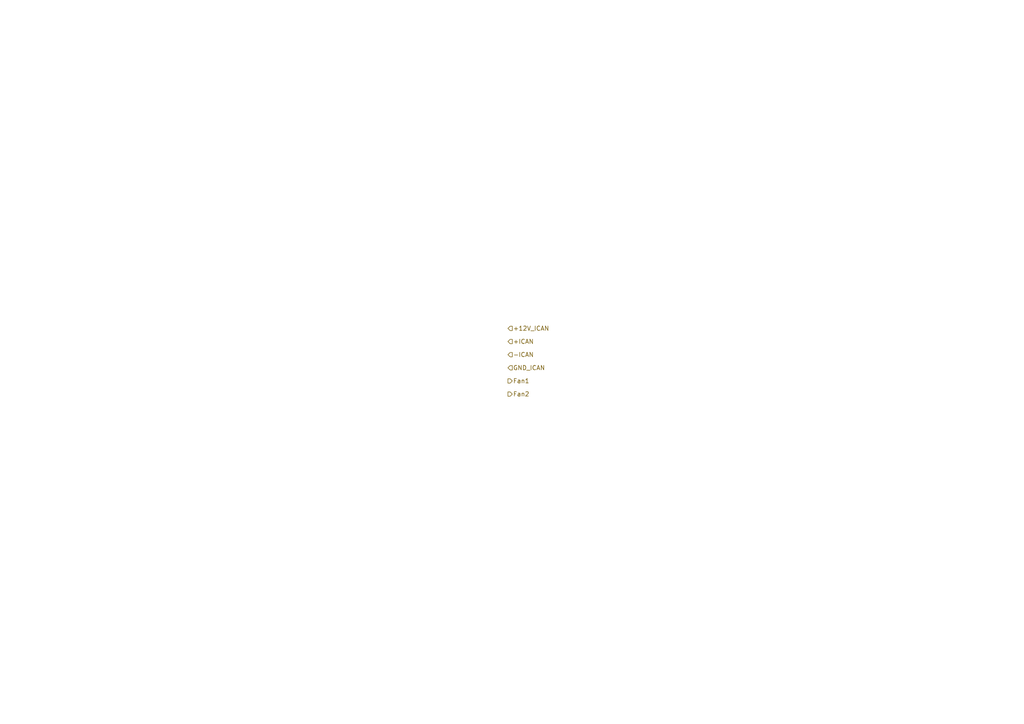
<source format=kicad_sch>
(kicad_sch
	(version 20250114)
	(generator "eeschema")
	(generator_version "9.0")
	(uuid "9f400168-3107-4d02-8d67-90201250e3ff")
	(paper "A4")
	(lib_symbols)
	(hierarchical_label "-ICAN"
		(shape input)
		(at 147.32 102.87 0)
		(effects
			(font
				(size 1.27 1.27)
			)
			(justify left)
		)
		(uuid "0e37fb61-92e4-43f6-8c98-1b79c3823a1d")
	)
	(hierarchical_label "+12V_ICAN"
		(shape input)
		(at 147.32 95.25 0)
		(effects
			(font
				(size 1.27 1.27)
			)
			(justify left)
		)
		(uuid "3cdcf047-b8f0-4592-aae5-cf8b43ce4aa6")
	)
	(hierarchical_label "Fan1"
		(shape output)
		(at 147.32 110.49 0)
		(effects
			(font
				(size 1.27 1.27)
			)
			(justify left)
		)
		(uuid "48ce261f-a108-4a45-b1f0-2eda138a4cf1")
	)
	(hierarchical_label "Fan2"
		(shape output)
		(at 147.32 114.3 0)
		(effects
			(font
				(size 1.27 1.27)
			)
			(justify left)
		)
		(uuid "6a7d2e83-07e4-4894-90a7-f1837483f2df")
	)
	(hierarchical_label "+ICAN"
		(shape input)
		(at 147.32 99.06 0)
		(effects
			(font
				(size 1.27 1.27)
			)
			(justify left)
		)
		(uuid "9017ee56-70aa-4d94-a497-51a74b86cc4b")
	)
	(hierarchical_label "GND_ICAN"
		(shape input)
		(at 147.32 106.68 0)
		(effects
			(font
				(size 1.27 1.27)
			)
			(justify left)
		)
		(uuid "ece58880-3a51-4d6d-a627-f80e500996df")
	)
)

</source>
